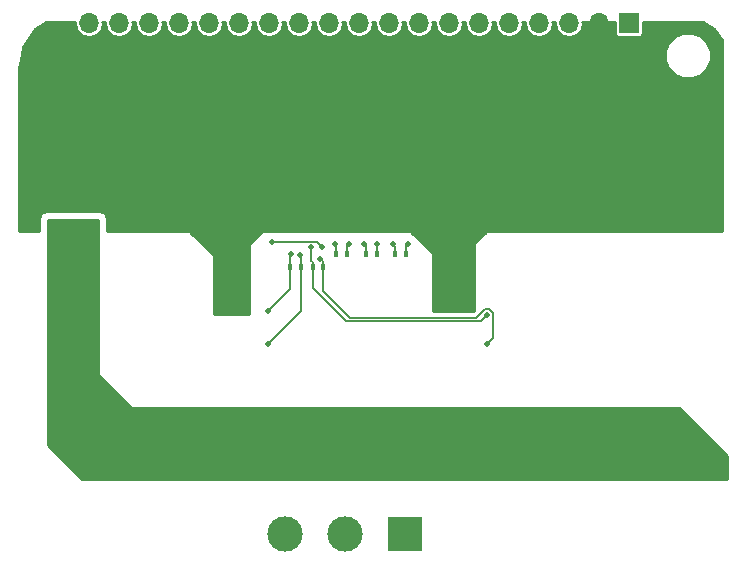
<source format=gbl>
G04 #@! TF.FileFunction,Copper,L2,Bot,Signal*
%FSLAX46Y46*%
G04 Gerber Fmt 4.6, Leading zero omitted, Abs format (unit mm)*
G04 Created by KiCad (PCBNEW 4.0.7) date 04/04/18 16:23:25*
%MOMM*%
%LPD*%
G01*
G04 APERTURE LIST*
%ADD10C,0.100000*%
%ADD11C,0.500000*%
%ADD12R,3.000000X3.000000*%
%ADD13C,3.000000*%
%ADD14R,0.400000X0.600000*%
%ADD15C,0.400000*%
%ADD16R,12.500000X5.100000*%
%ADD17R,1.700000X1.700000*%
%ADD18O,1.700000X1.700000*%
%ADD19C,0.127000*%
%ADD20C,0.254000*%
G04 APERTURE END LIST*
D10*
D11*
X213000000Y-103000000D03*
X208000000Y-103000000D03*
X208000000Y-108000000D03*
X213000000Y-108000000D03*
X213000000Y-112000000D03*
X208000000Y-112000000D03*
X198000000Y-112000000D03*
X203000000Y-112000000D03*
X203000000Y-108000000D03*
X174600000Y-119300000D03*
X171000000Y-103500000D03*
X202000000Y-102000000D03*
X198000000Y-106000000D03*
X193000000Y-112000000D03*
X193000000Y-108000000D03*
X172000000Y-109000000D03*
X167000000Y-109000000D03*
X157000000Y-109000000D03*
X192700000Y-103800000D03*
X184950000Y-101200000D03*
X176700000Y-103600000D03*
X162000000Y-98000000D03*
X162000000Y-104000000D03*
X157000000Y-104000000D03*
X191900000Y-119900000D03*
X193100000Y-119300000D03*
X191900000Y-119300000D03*
X192500000Y-119300000D03*
X193100000Y-120500000D03*
X191900000Y-120500000D03*
X193100000Y-119900000D03*
X192500000Y-119900000D03*
X192500000Y-120500000D03*
X191300000Y-120500000D03*
X191300000Y-119900000D03*
X190700000Y-119300000D03*
X191300000Y-119300000D03*
X190700000Y-119900000D03*
X190700000Y-120500000D03*
X174600000Y-120500000D03*
X174000000Y-120500000D03*
X173400000Y-120500000D03*
X172800000Y-120500000D03*
X172200000Y-120500000D03*
X174600000Y-119900000D03*
X174000000Y-119900000D03*
X173400000Y-119900000D03*
X172800000Y-119900000D03*
X172200000Y-119900000D03*
X174000000Y-119300000D03*
X173400000Y-119300000D03*
X172800000Y-119300000D03*
X172200000Y-119300000D03*
D12*
X188080000Y-139500000D03*
D13*
X183000000Y-139500000D03*
X177920000Y-139500000D03*
D12*
X160000000Y-115000000D03*
D13*
X160000000Y-109920000D03*
D11*
X175500000Y-131750000D03*
X175000000Y-131250000D03*
X175500000Y-131250000D03*
X175000000Y-130750000D03*
X175000000Y-131750000D03*
X175000000Y-132250000D03*
X175500000Y-132250000D03*
X175000000Y-132750000D03*
X175500000Y-132750000D03*
X176000000Y-131750000D03*
X176000000Y-132250000D03*
X176500000Y-132250000D03*
X175000000Y-134250000D03*
X175000000Y-133250000D03*
X175500000Y-133250000D03*
X175000000Y-133750000D03*
X175500000Y-133750000D03*
X175500000Y-134250000D03*
X177000000Y-134250000D03*
X177000000Y-133750000D03*
X177500000Y-133750000D03*
X177500000Y-134250000D03*
X176000000Y-132750000D03*
X176500000Y-132750000D03*
X176000000Y-133250000D03*
X176500000Y-133250000D03*
X177000000Y-133250000D03*
X176000000Y-133750000D03*
X176500000Y-133750000D03*
X176000000Y-134250000D03*
X176500000Y-134250000D03*
X194000000Y-133250000D03*
X193500000Y-133250000D03*
X194000000Y-132750000D03*
X193500000Y-132750000D03*
X194500000Y-133250000D03*
X195000000Y-133250000D03*
X194500000Y-132750000D03*
X195000000Y-132750000D03*
X195000000Y-132250000D03*
X195500000Y-133250000D03*
X194500000Y-132250000D03*
X194000000Y-134250000D03*
X194000000Y-133750000D03*
X193500000Y-133750000D03*
X193500000Y-134250000D03*
X194500000Y-134250000D03*
X195000000Y-133750000D03*
X194500000Y-133750000D03*
X195500000Y-133750000D03*
X196000000Y-133750000D03*
X195000000Y-134250000D03*
X195500000Y-134250000D03*
X196000000Y-134250000D03*
X193500000Y-131750000D03*
X193500000Y-132250000D03*
X194000000Y-132250000D03*
X193500000Y-130750000D03*
X194500000Y-131750000D03*
X193500000Y-131250000D03*
X194000000Y-131250000D03*
X194000000Y-131750000D03*
X212000000Y-134250000D03*
X212500000Y-134250000D03*
X212000000Y-133750000D03*
X212500000Y-133750000D03*
X213500000Y-134250000D03*
X213000000Y-133750000D03*
X213500000Y-133750000D03*
X213000000Y-134250000D03*
X214000000Y-133750000D03*
X214000000Y-133250000D03*
X213500000Y-133250000D03*
X214500000Y-133750000D03*
X214500000Y-134250000D03*
X214000000Y-134250000D03*
X213000000Y-132250000D03*
X213000000Y-132750000D03*
X213500000Y-132250000D03*
X213500000Y-132750000D03*
X212000000Y-133250000D03*
X213000000Y-133250000D03*
X212500000Y-133250000D03*
X212500000Y-132750000D03*
X212000000Y-132750000D03*
X212000000Y-132250000D03*
X212500000Y-132250000D03*
X213000000Y-131750000D03*
X212500000Y-131250000D03*
X212500000Y-131750000D03*
X212000000Y-131750000D03*
X212000000Y-130750000D03*
X212000000Y-131250000D03*
D14*
X182250000Y-115850000D03*
X183150000Y-115850000D03*
X178350000Y-116950000D03*
X179250000Y-116950000D03*
X187250000Y-115850000D03*
X188150000Y-115850000D03*
X180250000Y-116950000D03*
X181150000Y-116950000D03*
X184750000Y-115850000D03*
X185650000Y-115850000D03*
D15*
X186354000Y-109136000D03*
X187654000Y-111736000D03*
X187654000Y-110436000D03*
X187654000Y-109136000D03*
X187654000Y-107836000D03*
X188954000Y-111736000D03*
X188954000Y-110436000D03*
X188954000Y-109136000D03*
X188954000Y-107836000D03*
X190254000Y-107836000D03*
X190254000Y-109136000D03*
X190254000Y-110436000D03*
X190254000Y-111736000D03*
D16*
X184404000Y-109786000D03*
D15*
X186354000Y-110436000D03*
X186354000Y-107836000D03*
X186354000Y-111736000D03*
X185054000Y-111736000D03*
X183754000Y-111736000D03*
X182454000Y-111736000D03*
X181154000Y-111736000D03*
X179854000Y-111736000D03*
X178554000Y-111736000D03*
X178554000Y-110436000D03*
X178554000Y-109136000D03*
X178554000Y-107836000D03*
X179854000Y-107836000D03*
X179854000Y-109136000D03*
X179854000Y-110436000D03*
X181154000Y-110436000D03*
X181154000Y-109136000D03*
X181154000Y-107836000D03*
X182454000Y-107836000D03*
X182454000Y-109136000D03*
X182454000Y-110436000D03*
X183754000Y-110436000D03*
X183754000Y-109136000D03*
X183754000Y-107836000D03*
X185054000Y-107836000D03*
X185054000Y-109136000D03*
X185054000Y-110436000D03*
D17*
X207010000Y-96266000D03*
D18*
X204470000Y-96266000D03*
X201930000Y-96266000D03*
X199390000Y-96266000D03*
X196850000Y-96266000D03*
X194310000Y-96266000D03*
X191770000Y-96266000D03*
X189230000Y-96266000D03*
X186690000Y-96266000D03*
X184150000Y-96266000D03*
X181610000Y-96266000D03*
X179070000Y-96266000D03*
X176530000Y-96266000D03*
X173990000Y-96266000D03*
X171450000Y-96266000D03*
X168910000Y-96266000D03*
X166370000Y-96266000D03*
X163830000Y-96266000D03*
X161290000Y-96266000D03*
D11*
X195000000Y-121000000D03*
X181045988Y-115249662D03*
X178400000Y-115800008D03*
X176800000Y-114800000D03*
X180100000Y-115250000D03*
X176500000Y-120600000D03*
X188300004Y-115000000D03*
X187045988Y-114999998D03*
X185700000Y-115000000D03*
X184600002Y-115000000D03*
X183291977Y-115000000D03*
X182099996Y-115000000D03*
X180900000Y-116200000D03*
X195000000Y-123400000D03*
X179200000Y-115900000D03*
X176500000Y-123400000D03*
D19*
X180250000Y-116950000D02*
X180250000Y-118650000D01*
X180250000Y-118650000D02*
X183100000Y-121500000D01*
X183100000Y-121500000D02*
X194500000Y-121500000D01*
X194500000Y-121500000D02*
X194750001Y-121249999D01*
X194750001Y-121249999D02*
X195000000Y-121000000D01*
X194949989Y-120850001D02*
X195000000Y-120900012D01*
X195000000Y-120900012D02*
X195000000Y-121000000D01*
X176800000Y-114800000D02*
X180596326Y-114800000D01*
X180795989Y-114999663D02*
X181045988Y-115249662D01*
X180596326Y-114800000D02*
X180795989Y-114999663D01*
X178350000Y-115850008D02*
X178400000Y-115800008D01*
X178350000Y-116950000D02*
X178350000Y-115850008D01*
X178350000Y-118750000D02*
X178350000Y-116950000D01*
X180250000Y-116523000D02*
X180100000Y-116373000D01*
X180100000Y-115532842D02*
X180100000Y-115250000D01*
X180250000Y-116950000D02*
X180250000Y-116523000D01*
X180100000Y-116373000D02*
X180100000Y-115532842D01*
X176500000Y-120600000D02*
X178350000Y-118750000D01*
X188150000Y-115850000D02*
X188150000Y-115150004D01*
X188150000Y-115150004D02*
X188300004Y-115000000D01*
X187250000Y-115850000D02*
X187250000Y-115204010D01*
X187250000Y-115204010D02*
X187045988Y-114999998D01*
X185650000Y-115850000D02*
X185650000Y-115050000D01*
X185650000Y-115050000D02*
X185700000Y-115000000D01*
X184750000Y-115149998D02*
X184600002Y-115000000D01*
X184750000Y-115850000D02*
X184750000Y-115149998D01*
X183150000Y-115141977D02*
X183291977Y-115000000D01*
X183150000Y-115850000D02*
X183150000Y-115141977D01*
X182250000Y-115150004D02*
X182099996Y-115000000D01*
X182250000Y-115850000D02*
X182250000Y-115150004D01*
X195000000Y-123400000D02*
X195500000Y-122900000D01*
X195500000Y-122900000D02*
X195500000Y-120800000D01*
X194800000Y-120500000D02*
X194100000Y-121200000D01*
X195500000Y-120800000D02*
X195200000Y-120500000D01*
X195200000Y-120500000D02*
X194800000Y-120500000D01*
X194100000Y-121200000D02*
X183400000Y-121200000D01*
X181150000Y-118950000D02*
X181150000Y-116950000D01*
X183400000Y-121200000D02*
X181150000Y-118950000D01*
X181150000Y-116950000D02*
X181150000Y-116450000D01*
X181150000Y-116450000D02*
X181099999Y-116399999D01*
X181099999Y-116399999D02*
X180900000Y-116200000D01*
X179250000Y-115950000D02*
X179200000Y-115900000D01*
X179250000Y-116950000D02*
X179250000Y-115950000D01*
X179250000Y-120650000D02*
X179250000Y-116950000D01*
X176500000Y-123400000D02*
X179250000Y-120650000D01*
D20*
G36*
X162073000Y-126000000D02*
X162083006Y-126049410D01*
X162110197Y-126089803D01*
X164810197Y-128789803D01*
X164852211Y-128817666D01*
X164900000Y-128827000D01*
X211247394Y-128827000D01*
X215298000Y-132877606D01*
X215298000Y-134873000D01*
X160752626Y-134873000D01*
X157827000Y-131945719D01*
X157827000Y-112927000D01*
X162073000Y-112927000D01*
X162073000Y-126000000D01*
X162073000Y-126000000D01*
G37*
X162073000Y-126000000D02*
X162083006Y-126049410D01*
X162110197Y-126089803D01*
X164810197Y-128789803D01*
X164852211Y-128817666D01*
X164900000Y-128827000D01*
X211247394Y-128827000D01*
X215298000Y-132877606D01*
X215298000Y-134873000D01*
X160752626Y-134873000D01*
X157827000Y-131945719D01*
X157827000Y-112927000D01*
X162073000Y-112927000D01*
X162073000Y-126000000D01*
G36*
X160113000Y-96242941D02*
X160113000Y-96289059D01*
X160202594Y-96739477D01*
X160457735Y-97121324D01*
X160839582Y-97376465D01*
X161290000Y-97466059D01*
X161740418Y-97376465D01*
X162122265Y-97121324D01*
X162377406Y-96739477D01*
X162467000Y-96289059D01*
X162467000Y-96242941D01*
X162443938Y-96127000D01*
X162676062Y-96127000D01*
X162653000Y-96242941D01*
X162653000Y-96289059D01*
X162742594Y-96739477D01*
X162997735Y-97121324D01*
X163379582Y-97376465D01*
X163830000Y-97466059D01*
X164280418Y-97376465D01*
X164662265Y-97121324D01*
X164917406Y-96739477D01*
X165007000Y-96289059D01*
X165007000Y-96242941D01*
X164983938Y-96127000D01*
X165216062Y-96127000D01*
X165193000Y-96242941D01*
X165193000Y-96289059D01*
X165282594Y-96739477D01*
X165537735Y-97121324D01*
X165919582Y-97376465D01*
X166370000Y-97466059D01*
X166820418Y-97376465D01*
X167202265Y-97121324D01*
X167457406Y-96739477D01*
X167547000Y-96289059D01*
X167547000Y-96242941D01*
X167523938Y-96127000D01*
X167756062Y-96127000D01*
X167733000Y-96242941D01*
X167733000Y-96289059D01*
X167822594Y-96739477D01*
X168077735Y-97121324D01*
X168459582Y-97376465D01*
X168910000Y-97466059D01*
X169360418Y-97376465D01*
X169742265Y-97121324D01*
X169997406Y-96739477D01*
X170087000Y-96289059D01*
X170087000Y-96242941D01*
X170063938Y-96127000D01*
X170296062Y-96127000D01*
X170273000Y-96242941D01*
X170273000Y-96289059D01*
X170362594Y-96739477D01*
X170617735Y-97121324D01*
X170999582Y-97376465D01*
X171450000Y-97466059D01*
X171900418Y-97376465D01*
X172282265Y-97121324D01*
X172537406Y-96739477D01*
X172627000Y-96289059D01*
X172627000Y-96242941D01*
X172603938Y-96127000D01*
X172836062Y-96127000D01*
X172813000Y-96242941D01*
X172813000Y-96289059D01*
X172902594Y-96739477D01*
X173157735Y-97121324D01*
X173539582Y-97376465D01*
X173990000Y-97466059D01*
X174440418Y-97376465D01*
X174822265Y-97121324D01*
X175077406Y-96739477D01*
X175167000Y-96289059D01*
X175167000Y-96242941D01*
X175143938Y-96127000D01*
X175376062Y-96127000D01*
X175353000Y-96242941D01*
X175353000Y-96289059D01*
X175442594Y-96739477D01*
X175697735Y-97121324D01*
X176079582Y-97376465D01*
X176530000Y-97466059D01*
X176980418Y-97376465D01*
X177362265Y-97121324D01*
X177617406Y-96739477D01*
X177707000Y-96289059D01*
X177707000Y-96242941D01*
X177683938Y-96127000D01*
X177916062Y-96127000D01*
X177893000Y-96242941D01*
X177893000Y-96289059D01*
X177982594Y-96739477D01*
X178237735Y-97121324D01*
X178619582Y-97376465D01*
X179070000Y-97466059D01*
X179520418Y-97376465D01*
X179902265Y-97121324D01*
X180157406Y-96739477D01*
X180247000Y-96289059D01*
X180247000Y-96242941D01*
X180223938Y-96127000D01*
X180456062Y-96127000D01*
X180433000Y-96242941D01*
X180433000Y-96289059D01*
X180522594Y-96739477D01*
X180777735Y-97121324D01*
X181159582Y-97376465D01*
X181610000Y-97466059D01*
X182060418Y-97376465D01*
X182442265Y-97121324D01*
X182697406Y-96739477D01*
X182787000Y-96289059D01*
X182787000Y-96242941D01*
X182763938Y-96127000D01*
X182996062Y-96127000D01*
X182973000Y-96242941D01*
X182973000Y-96289059D01*
X183062594Y-96739477D01*
X183317735Y-97121324D01*
X183699582Y-97376465D01*
X184150000Y-97466059D01*
X184600418Y-97376465D01*
X184982265Y-97121324D01*
X185237406Y-96739477D01*
X185327000Y-96289059D01*
X185327000Y-96242941D01*
X185303938Y-96127000D01*
X185536062Y-96127000D01*
X185513000Y-96242941D01*
X185513000Y-96289059D01*
X185602594Y-96739477D01*
X185857735Y-97121324D01*
X186239582Y-97376465D01*
X186690000Y-97466059D01*
X187140418Y-97376465D01*
X187522265Y-97121324D01*
X187777406Y-96739477D01*
X187867000Y-96289059D01*
X187867000Y-96242941D01*
X187843938Y-96127000D01*
X188076062Y-96127000D01*
X188053000Y-96242941D01*
X188053000Y-96289059D01*
X188142594Y-96739477D01*
X188397735Y-97121324D01*
X188779582Y-97376465D01*
X189230000Y-97466059D01*
X189680418Y-97376465D01*
X190062265Y-97121324D01*
X190317406Y-96739477D01*
X190407000Y-96289059D01*
X190407000Y-96242941D01*
X190383938Y-96127000D01*
X190616062Y-96127000D01*
X190593000Y-96242941D01*
X190593000Y-96289059D01*
X190682594Y-96739477D01*
X190937735Y-97121324D01*
X191319582Y-97376465D01*
X191770000Y-97466059D01*
X192220418Y-97376465D01*
X192602265Y-97121324D01*
X192857406Y-96739477D01*
X192947000Y-96289059D01*
X192947000Y-96242941D01*
X192923938Y-96127000D01*
X193156062Y-96127000D01*
X193133000Y-96242941D01*
X193133000Y-96289059D01*
X193222594Y-96739477D01*
X193477735Y-97121324D01*
X193859582Y-97376465D01*
X194310000Y-97466059D01*
X194760418Y-97376465D01*
X195142265Y-97121324D01*
X195397406Y-96739477D01*
X195487000Y-96289059D01*
X195487000Y-96242941D01*
X195463938Y-96127000D01*
X195696062Y-96127000D01*
X195673000Y-96242941D01*
X195673000Y-96289059D01*
X195762594Y-96739477D01*
X196017735Y-97121324D01*
X196399582Y-97376465D01*
X196850000Y-97466059D01*
X197300418Y-97376465D01*
X197682265Y-97121324D01*
X197937406Y-96739477D01*
X198027000Y-96289059D01*
X198027000Y-96242941D01*
X198003938Y-96127000D01*
X198236062Y-96127000D01*
X198213000Y-96242941D01*
X198213000Y-96289059D01*
X198302594Y-96739477D01*
X198557735Y-97121324D01*
X198939582Y-97376465D01*
X199390000Y-97466059D01*
X199840418Y-97376465D01*
X200222265Y-97121324D01*
X200477406Y-96739477D01*
X200567000Y-96289059D01*
X200567000Y-96242941D01*
X200543938Y-96127000D01*
X200776062Y-96127000D01*
X200753000Y-96242941D01*
X200753000Y-96289059D01*
X200842594Y-96739477D01*
X201097735Y-97121324D01*
X201479582Y-97376465D01*
X201930000Y-97466059D01*
X202380418Y-97376465D01*
X202762265Y-97121324D01*
X203017406Y-96739477D01*
X203107000Y-96289059D01*
X203107000Y-96242941D01*
X203083938Y-96127000D01*
X205826594Y-96127000D01*
X205826594Y-97116000D01*
X205849395Y-97237179D01*
X205921012Y-97348474D01*
X206030286Y-97423138D01*
X206160000Y-97449406D01*
X207860000Y-97449406D01*
X207981179Y-97426605D01*
X208092474Y-97354988D01*
X208167138Y-97245714D01*
X208193406Y-97116000D01*
X208193406Y-96127000D01*
X213306900Y-96127000D01*
X214245708Y-96754292D01*
X214873000Y-97693102D01*
X214873000Y-113873000D01*
X195000000Y-113873000D01*
X194950590Y-113883006D01*
X194910197Y-113910197D01*
X193910197Y-114910197D01*
X193882334Y-114952211D01*
X193873000Y-115000000D01*
X193873000Y-120673000D01*
X190427000Y-120673000D01*
X190427000Y-115800000D01*
X190416994Y-115750590D01*
X190389803Y-115710197D01*
X188589803Y-113910197D01*
X188547789Y-113882334D01*
X188500000Y-113873000D01*
X176000000Y-113873000D01*
X175950590Y-113883006D01*
X175910197Y-113910197D01*
X174910197Y-114910197D01*
X174882334Y-114952211D01*
X174873000Y-115000000D01*
X174873000Y-120873000D01*
X171927000Y-120873000D01*
X171927000Y-116000000D01*
X171916994Y-115950590D01*
X171889803Y-115910197D01*
X169889803Y-113910197D01*
X169847789Y-113882334D01*
X169800000Y-113873000D01*
X162827000Y-113873000D01*
X162827000Y-112800000D01*
X162784120Y-112572112D01*
X162649438Y-112362811D01*
X162443938Y-112222399D01*
X162200000Y-112173000D01*
X157700000Y-112173000D01*
X157472112Y-112215880D01*
X157262811Y-112350562D01*
X157122399Y-112556062D01*
X157073000Y-112800000D01*
X157073000Y-113873000D01*
X155402000Y-113873000D01*
X155402000Y-100039595D01*
X155532878Y-99381622D01*
X210072666Y-99381622D01*
X210365416Y-100090132D01*
X210907017Y-100632678D01*
X211615014Y-100926665D01*
X212381622Y-100927334D01*
X213090132Y-100634584D01*
X213632678Y-100092983D01*
X213926665Y-99384986D01*
X213927334Y-98618378D01*
X213634584Y-97909868D01*
X213092983Y-97367322D01*
X212384986Y-97073335D01*
X211618378Y-97072666D01*
X210909868Y-97365416D01*
X210367322Y-97907017D01*
X210073335Y-98615014D01*
X210072666Y-99381622D01*
X155532878Y-99381622D01*
X155759278Y-98243435D01*
X156754292Y-96754292D01*
X157693101Y-96127000D01*
X160136062Y-96127000D01*
X160113000Y-96242941D01*
X160113000Y-96242941D01*
G37*
X160113000Y-96242941D02*
X160113000Y-96289059D01*
X160202594Y-96739477D01*
X160457735Y-97121324D01*
X160839582Y-97376465D01*
X161290000Y-97466059D01*
X161740418Y-97376465D01*
X162122265Y-97121324D01*
X162377406Y-96739477D01*
X162467000Y-96289059D01*
X162467000Y-96242941D01*
X162443938Y-96127000D01*
X162676062Y-96127000D01*
X162653000Y-96242941D01*
X162653000Y-96289059D01*
X162742594Y-96739477D01*
X162997735Y-97121324D01*
X163379582Y-97376465D01*
X163830000Y-97466059D01*
X164280418Y-97376465D01*
X164662265Y-97121324D01*
X164917406Y-96739477D01*
X165007000Y-96289059D01*
X165007000Y-96242941D01*
X164983938Y-96127000D01*
X165216062Y-96127000D01*
X165193000Y-96242941D01*
X165193000Y-96289059D01*
X165282594Y-96739477D01*
X165537735Y-97121324D01*
X165919582Y-97376465D01*
X166370000Y-97466059D01*
X166820418Y-97376465D01*
X167202265Y-97121324D01*
X167457406Y-96739477D01*
X167547000Y-96289059D01*
X167547000Y-96242941D01*
X167523938Y-96127000D01*
X167756062Y-96127000D01*
X167733000Y-96242941D01*
X167733000Y-96289059D01*
X167822594Y-96739477D01*
X168077735Y-97121324D01*
X168459582Y-97376465D01*
X168910000Y-97466059D01*
X169360418Y-97376465D01*
X169742265Y-97121324D01*
X169997406Y-96739477D01*
X170087000Y-96289059D01*
X170087000Y-96242941D01*
X170063938Y-96127000D01*
X170296062Y-96127000D01*
X170273000Y-96242941D01*
X170273000Y-96289059D01*
X170362594Y-96739477D01*
X170617735Y-97121324D01*
X170999582Y-97376465D01*
X171450000Y-97466059D01*
X171900418Y-97376465D01*
X172282265Y-97121324D01*
X172537406Y-96739477D01*
X172627000Y-96289059D01*
X172627000Y-96242941D01*
X172603938Y-96127000D01*
X172836062Y-96127000D01*
X172813000Y-96242941D01*
X172813000Y-96289059D01*
X172902594Y-96739477D01*
X173157735Y-97121324D01*
X173539582Y-97376465D01*
X173990000Y-97466059D01*
X174440418Y-97376465D01*
X174822265Y-97121324D01*
X175077406Y-96739477D01*
X175167000Y-96289059D01*
X175167000Y-96242941D01*
X175143938Y-96127000D01*
X175376062Y-96127000D01*
X175353000Y-96242941D01*
X175353000Y-96289059D01*
X175442594Y-96739477D01*
X175697735Y-97121324D01*
X176079582Y-97376465D01*
X176530000Y-97466059D01*
X176980418Y-97376465D01*
X177362265Y-97121324D01*
X177617406Y-96739477D01*
X177707000Y-96289059D01*
X177707000Y-96242941D01*
X177683938Y-96127000D01*
X177916062Y-96127000D01*
X177893000Y-96242941D01*
X177893000Y-96289059D01*
X177982594Y-96739477D01*
X178237735Y-97121324D01*
X178619582Y-97376465D01*
X179070000Y-97466059D01*
X179520418Y-97376465D01*
X179902265Y-97121324D01*
X180157406Y-96739477D01*
X180247000Y-96289059D01*
X180247000Y-96242941D01*
X180223938Y-96127000D01*
X180456062Y-96127000D01*
X180433000Y-96242941D01*
X180433000Y-96289059D01*
X180522594Y-96739477D01*
X180777735Y-97121324D01*
X181159582Y-97376465D01*
X181610000Y-97466059D01*
X182060418Y-97376465D01*
X182442265Y-97121324D01*
X182697406Y-96739477D01*
X182787000Y-96289059D01*
X182787000Y-96242941D01*
X182763938Y-96127000D01*
X182996062Y-96127000D01*
X182973000Y-96242941D01*
X182973000Y-96289059D01*
X183062594Y-96739477D01*
X183317735Y-97121324D01*
X183699582Y-97376465D01*
X184150000Y-97466059D01*
X184600418Y-97376465D01*
X184982265Y-97121324D01*
X185237406Y-96739477D01*
X185327000Y-96289059D01*
X185327000Y-96242941D01*
X185303938Y-96127000D01*
X185536062Y-96127000D01*
X185513000Y-96242941D01*
X185513000Y-96289059D01*
X185602594Y-96739477D01*
X185857735Y-97121324D01*
X186239582Y-97376465D01*
X186690000Y-97466059D01*
X187140418Y-97376465D01*
X187522265Y-97121324D01*
X187777406Y-96739477D01*
X187867000Y-96289059D01*
X187867000Y-96242941D01*
X187843938Y-96127000D01*
X188076062Y-96127000D01*
X188053000Y-96242941D01*
X188053000Y-96289059D01*
X188142594Y-96739477D01*
X188397735Y-97121324D01*
X188779582Y-97376465D01*
X189230000Y-97466059D01*
X189680418Y-97376465D01*
X190062265Y-97121324D01*
X190317406Y-96739477D01*
X190407000Y-96289059D01*
X190407000Y-96242941D01*
X190383938Y-96127000D01*
X190616062Y-96127000D01*
X190593000Y-96242941D01*
X190593000Y-96289059D01*
X190682594Y-96739477D01*
X190937735Y-97121324D01*
X191319582Y-97376465D01*
X191770000Y-97466059D01*
X192220418Y-97376465D01*
X192602265Y-97121324D01*
X192857406Y-96739477D01*
X192947000Y-96289059D01*
X192947000Y-96242941D01*
X192923938Y-96127000D01*
X193156062Y-96127000D01*
X193133000Y-96242941D01*
X193133000Y-96289059D01*
X193222594Y-96739477D01*
X193477735Y-97121324D01*
X193859582Y-97376465D01*
X194310000Y-97466059D01*
X194760418Y-97376465D01*
X195142265Y-97121324D01*
X195397406Y-96739477D01*
X195487000Y-96289059D01*
X195487000Y-96242941D01*
X195463938Y-96127000D01*
X195696062Y-96127000D01*
X195673000Y-96242941D01*
X195673000Y-96289059D01*
X195762594Y-96739477D01*
X196017735Y-97121324D01*
X196399582Y-97376465D01*
X196850000Y-97466059D01*
X197300418Y-97376465D01*
X197682265Y-97121324D01*
X197937406Y-96739477D01*
X198027000Y-96289059D01*
X198027000Y-96242941D01*
X198003938Y-96127000D01*
X198236062Y-96127000D01*
X198213000Y-96242941D01*
X198213000Y-96289059D01*
X198302594Y-96739477D01*
X198557735Y-97121324D01*
X198939582Y-97376465D01*
X199390000Y-97466059D01*
X199840418Y-97376465D01*
X200222265Y-97121324D01*
X200477406Y-96739477D01*
X200567000Y-96289059D01*
X200567000Y-96242941D01*
X200543938Y-96127000D01*
X200776062Y-96127000D01*
X200753000Y-96242941D01*
X200753000Y-96289059D01*
X200842594Y-96739477D01*
X201097735Y-97121324D01*
X201479582Y-97376465D01*
X201930000Y-97466059D01*
X202380418Y-97376465D01*
X202762265Y-97121324D01*
X203017406Y-96739477D01*
X203107000Y-96289059D01*
X203107000Y-96242941D01*
X203083938Y-96127000D01*
X205826594Y-96127000D01*
X205826594Y-97116000D01*
X205849395Y-97237179D01*
X205921012Y-97348474D01*
X206030286Y-97423138D01*
X206160000Y-97449406D01*
X207860000Y-97449406D01*
X207981179Y-97426605D01*
X208092474Y-97354988D01*
X208167138Y-97245714D01*
X208193406Y-97116000D01*
X208193406Y-96127000D01*
X213306900Y-96127000D01*
X214245708Y-96754292D01*
X214873000Y-97693102D01*
X214873000Y-113873000D01*
X195000000Y-113873000D01*
X194950590Y-113883006D01*
X194910197Y-113910197D01*
X193910197Y-114910197D01*
X193882334Y-114952211D01*
X193873000Y-115000000D01*
X193873000Y-120673000D01*
X190427000Y-120673000D01*
X190427000Y-115800000D01*
X190416994Y-115750590D01*
X190389803Y-115710197D01*
X188589803Y-113910197D01*
X188547789Y-113882334D01*
X188500000Y-113873000D01*
X176000000Y-113873000D01*
X175950590Y-113883006D01*
X175910197Y-113910197D01*
X174910197Y-114910197D01*
X174882334Y-114952211D01*
X174873000Y-115000000D01*
X174873000Y-120873000D01*
X171927000Y-120873000D01*
X171927000Y-116000000D01*
X171916994Y-115950590D01*
X171889803Y-115910197D01*
X169889803Y-113910197D01*
X169847789Y-113882334D01*
X169800000Y-113873000D01*
X162827000Y-113873000D01*
X162827000Y-112800000D01*
X162784120Y-112572112D01*
X162649438Y-112362811D01*
X162443938Y-112222399D01*
X162200000Y-112173000D01*
X157700000Y-112173000D01*
X157472112Y-112215880D01*
X157262811Y-112350562D01*
X157122399Y-112556062D01*
X157073000Y-112800000D01*
X157073000Y-113873000D01*
X155402000Y-113873000D01*
X155402000Y-100039595D01*
X155532878Y-99381622D01*
X210072666Y-99381622D01*
X210365416Y-100090132D01*
X210907017Y-100632678D01*
X211615014Y-100926665D01*
X212381622Y-100927334D01*
X213090132Y-100634584D01*
X213632678Y-100092983D01*
X213926665Y-99384986D01*
X213927334Y-98618378D01*
X213634584Y-97909868D01*
X213092983Y-97367322D01*
X212384986Y-97073335D01*
X211618378Y-97072666D01*
X210909868Y-97365416D01*
X210367322Y-97907017D01*
X210073335Y-98615014D01*
X210072666Y-99381622D01*
X155532878Y-99381622D01*
X155759278Y-98243435D01*
X156754292Y-96754292D01*
X157693101Y-96127000D01*
X160136062Y-96127000D01*
X160113000Y-96242941D01*
M02*

</source>
